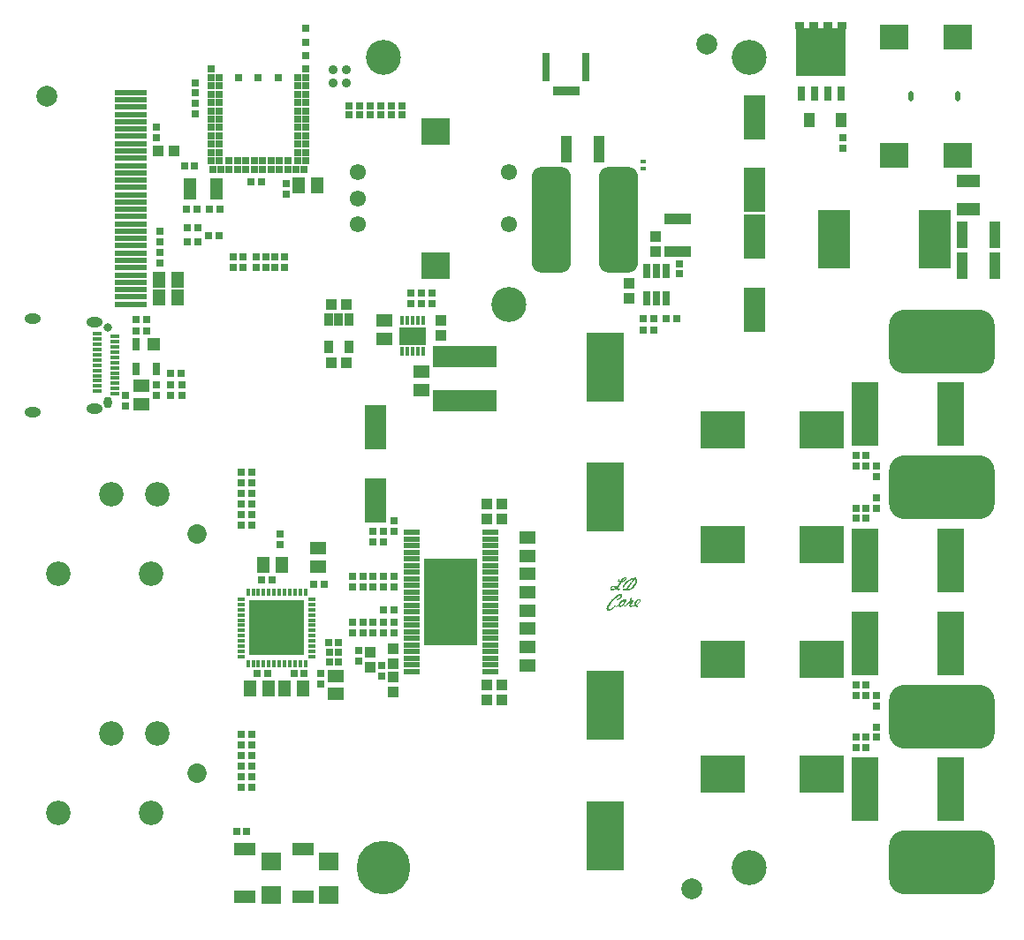
<source format=gts>
G04*
G04 #@! TF.GenerationSoftware,Altium Limited,Altium Designer,19.0.10 (269)*
G04*
G04 Layer_Color=8388736*
%FSLAX25Y25*%
%MOIN*%
G70*
G01*
G75*
%ADD61R,0.11024X0.09449*%
%ADD65C,0.07874*%
%ADD66R,0.03354X0.01780*%
%ADD67R,0.08591X0.05087*%
%ADD68R,0.03354X0.02764*%
%ADD69R,0.03158X0.05323*%
G04:AMPARAMS|DCode=70|XSize=49.29mil|YSize=80.79mil|CornerRadius=0mil|HoleSize=0mil|Usage=FLASHONLY|Rotation=180.000|XOffset=0mil|YOffset=0mil|HoleType=Round|Shape=RoundedRectangle|*
%AMROUNDEDRECTD70*
21,1,0.04929,0.08079,0,0,180.0*
21,1,0.04929,0.08079,0,0,180.0*
1,1,0.00000,-0.02465,0.04039*
1,1,0.00000,0.02465,0.04039*
1,1,0.00000,0.02465,-0.04039*
1,1,0.00000,-0.02465,-0.04039*
%
%ADD70ROUNDEDRECTD70*%
%ADD71R,0.07685X0.06504*%
%ADD72R,0.02756X0.03150*%
%ADD73R,0.03150X0.02756*%
%ADD74R,0.10236X0.24016*%
%ADD75R,0.08472X0.04535*%
%ADD76R,0.10236X0.03937*%
%ADD77R,0.03937X0.10236*%
%ADD78R,0.05906X0.04724*%
%ADD79R,0.04724X0.05906*%
%ADD80R,0.04134X0.04134*%
%ADD81R,0.04134X0.04134*%
%ADD82R,0.24221X0.08472*%
%ADD83R,0.16740X0.14378*%
%ADD84R,0.12016X0.21858*%
G04:AMPARAMS|DCode=85|XSize=147.72mil|YSize=399.69mil|CornerRadius=38.42mil|HoleSize=0mil|Usage=FLASHONLY|Rotation=0.000|XOffset=0mil|YOffset=0mil|HoleType=Round|Shape=RoundedRectangle|*
%AMROUNDEDRECTD85*
21,1,0.14772,0.32284,0,0,0.0*
21,1,0.07087,0.39969,0,0,0.0*
1,1,0.07685,0.03543,-0.16142*
1,1,0.07685,-0.03543,-0.16142*
1,1,0.07685,-0.03543,0.16142*
1,1,0.07685,0.03543,0.16142*
%
%ADD85ROUNDEDRECTD85*%
%ADD86R,0.02961X0.05323*%
G04:AMPARAMS|DCode=87|XSize=200.87mil|YSize=327.24mil|CornerRadius=0mil|HoleSize=0mil|Usage=FLASHONLY|Rotation=0.000|XOffset=0mil|YOffset=0mil|HoleType=Round|Shape=RoundedRectangle|*
%AMROUNDEDRECTD87*
21,1,0.20087,0.32724,0,0,0.0*
21,1,0.20087,0.32724,0,0,0.0*
1,1,0.00000,0.10043,-0.16362*
1,1,0.00000,-0.10043,-0.16362*
1,1,0.00000,-0.10043,0.16362*
1,1,0.00000,0.10043,0.16362*
%
%ADD87ROUNDEDRECTD87*%
G04:AMPARAMS|DCode=88|XSize=21.73mil|YSize=63.07mil|CornerRadius=3.54mil|HoleSize=0mil|Usage=FLASHONLY|Rotation=90.000|XOffset=0mil|YOffset=0mil|HoleType=Round|Shape=RoundedRectangle|*
%AMROUNDEDRECTD88*
21,1,0.02173,0.05598,0,0,90.0*
21,1,0.01465,0.06307,0,0,90.0*
1,1,0.00709,0.02799,0.00732*
1,1,0.00709,0.02799,-0.00732*
1,1,0.00709,-0.02799,-0.00732*
1,1,0.00709,-0.02799,0.00732*
%
%ADD88ROUNDEDRECTD88*%
%ADD89R,0.04535X0.04535*%
%ADD90R,0.02961X0.04535*%
G04:AMPARAMS|DCode=91|XSize=15.43mil|YSize=29.61mil|CornerRadius=4.41mil|HoleSize=0mil|Usage=FLASHONLY|Rotation=90.000|XOffset=0mil|YOffset=0mil|HoleType=Round|Shape=RoundedRectangle|*
%AMROUNDEDRECTD91*
21,1,0.01543,0.02079,0,0,90.0*
21,1,0.00661,0.02961,0,0,90.0*
1,1,0.00882,0.01039,0.00331*
1,1,0.00882,0.01039,-0.00331*
1,1,0.00882,-0.01039,-0.00331*
1,1,0.00882,-0.01039,0.00331*
%
%ADD91ROUNDEDRECTD91*%
G04:AMPARAMS|DCode=92|XSize=15.43mil|YSize=29.61mil|CornerRadius=4.41mil|HoleSize=0mil|Usage=FLASHONLY|Rotation=0.000|XOffset=0mil|YOffset=0mil|HoleType=Round|Shape=RoundedRectangle|*
%AMROUNDEDRECTD92*
21,1,0.01543,0.02079,0,0,0.0*
21,1,0.00661,0.02961,0,0,0.0*
1,1,0.00882,0.00331,-0.01039*
1,1,0.00882,-0.00331,-0.01039*
1,1,0.00882,-0.00331,0.01039*
1,1,0.00882,0.00331,0.01039*
%
%ADD92ROUNDEDRECTD92*%
G04:AMPARAMS|DCode=93|XSize=208.74mil|YSize=208.74mil|CornerRadius=5.02mil|HoleSize=0mil|Usage=FLASHONLY|Rotation=0.000|XOffset=0mil|YOffset=0mil|HoleType=Round|Shape=RoundedRectangle|*
%AMROUNDEDRECTD93*
21,1,0.20874,0.19870,0,0,0.0*
21,1,0.19870,0.20874,0,0,0.0*
1,1,0.01004,0.09935,-0.09935*
1,1,0.01004,-0.09935,-0.09935*
1,1,0.01004,-0.09935,0.09935*
1,1,0.01004,0.09935,0.09935*
%
%ADD93ROUNDEDRECTD93*%
%ADD94R,0.09850X0.06819*%
%ADD95R,0.01780X0.03354*%
%ADD96R,0.03197X0.04535*%
G04:AMPARAMS|DCode=97|XSize=25.67mil|YSize=25.67mil|CornerRadius=0mil|HoleSize=0mil|Usage=FLASHONLY|Rotation=180.000|XOffset=0mil|YOffset=0mil|HoleType=Round|Shape=RoundedRectangle|*
%AMROUNDEDRECTD97*
21,1,0.02567,0.02567,0,0,180.0*
21,1,0.02567,0.02567,0,0,180.0*
1,1,0.00000,-0.01284,0.01284*
1,1,0.00000,0.01284,0.01284*
1,1,0.00000,0.01284,-0.01284*
1,1,0.00000,-0.01284,-0.01284*
%
%ADD97ROUNDEDRECTD97*%
%ADD98R,0.02567X0.02567*%
G04:AMPARAMS|DCode=99|XSize=25.67mil|YSize=25.67mil|CornerRadius=0mil|HoleSize=0mil|Usage=FLASHONLY|Rotation=90.000|XOffset=0mil|YOffset=0mil|HoleType=Round|Shape=RoundedRectangle|*
%AMROUNDEDRECTD99*
21,1,0.02567,0.02567,0,0,90.0*
21,1,0.02567,0.02567,0,0,90.0*
1,1,0.00000,0.01284,0.01284*
1,1,0.00000,0.01284,-0.01284*
1,1,0.00000,-0.01284,-0.01284*
1,1,0.00000,-0.01284,0.01284*
%
%ADD99ROUNDEDRECTD99*%
%ADD100R,0.12409X0.02173*%
%ADD101R,0.08079X0.17134*%
%ADD102R,0.14378X0.26189*%
%ADD103R,0.02244X0.01221*%
%ADD104R,0.04142X0.05323*%
%ADD105R,0.04142X0.05323*%
G04:AMPARAMS|DCode=106|XSize=242.21mil|YSize=399.69mil|CornerRadius=62.05mil|HoleSize=0mil|Usage=FLASHONLY|Rotation=90.000|XOffset=0mil|YOffset=0mil|HoleType=Round|Shape=RoundedRectangle|*
%AMROUNDEDRECTD106*
21,1,0.24221,0.27559,0,0,90.0*
21,1,0.11811,0.39969,0,0,90.0*
1,1,0.12409,0.13780,0.05906*
1,1,0.12409,0.13780,-0.05906*
1,1,0.12409,-0.13780,-0.05906*
1,1,0.12409,-0.13780,0.05906*
%
%ADD106ROUNDEDRECTD106*%
%ADD107C,0.03551*%
%ADD108R,0.01976X0.03748*%
%ADD109R,0.02961X0.10835*%
%ADD110R,0.19102X0.18315*%
%ADD111O,0.03158X0.04339*%
%ADD112C,0.03158*%
%ADD113O,0.06110X0.03748*%
%ADD114R,0.10835X0.10441*%
%ADD115C,0.06110*%
%ADD116O,0.01772X0.03937*%
%ADD117C,0.07291*%
%ADD118C,0.09260*%
%ADD119C,0.13197*%
%ADD120C,0.02961*%
%ADD121C,0.20284*%
G36*
X229022Y125390D02*
X229090Y125382D01*
X229174Y125356D01*
X229251Y125331D01*
X229318Y125289D01*
X229377Y125230D01*
X229386Y125221D01*
X229394Y125196D01*
X229411Y125162D01*
X229428Y125111D01*
X229436Y125044D01*
X229445Y124959D01*
X229428Y124866D01*
X229403Y124756D01*
Y124748D01*
X229394Y124739D01*
X229386Y124714D01*
X229369Y124680D01*
X229327Y124596D01*
X229259Y124486D01*
X229174Y124359D01*
X229056Y124224D01*
X228913Y124089D01*
X228744Y123953D01*
X228735D01*
X228718Y123937D01*
X228693Y123920D01*
X228659Y123903D01*
X228608Y123878D01*
X228549Y123844D01*
X228482Y123810D01*
X228414Y123776D01*
X228237Y123708D01*
X228042Y123641D01*
X227822Y123582D01*
X227577Y123539D01*
X227569Y123531D01*
X227561Y123506D01*
X227535Y123472D01*
X227510Y123413D01*
X227476Y123354D01*
X227434Y123277D01*
X227392Y123193D01*
X227341Y123108D01*
X227223Y122906D01*
X227104Y122703D01*
X226969Y122492D01*
X226842Y122297D01*
Y122289D01*
X226825Y122272D01*
X226809Y122247D01*
X226783Y122213D01*
X226716Y122120D01*
X226623Y122002D01*
X226521Y121858D01*
X226395Y121706D01*
X226268Y121545D01*
X226124Y121393D01*
X226132Y121385D01*
X226158Y121359D01*
X226192Y121326D01*
X226251Y121275D01*
X226310Y121224D01*
X226386Y121165D01*
X226479Y121114D01*
X226572Y121064D01*
X226580Y121055D01*
X226623Y121047D01*
X226673Y121021D01*
X226749Y120996D01*
X226834Y120979D01*
X226927Y120954D01*
X227037Y120937D01*
X227147Y120928D01*
X226885Y120506D01*
X226783D01*
X226716Y120514D01*
X226623Y120523D01*
X226513Y120531D01*
X226395Y120557D01*
X226276Y120582D01*
X226158Y120616D01*
X226141Y120624D01*
X226107Y120641D01*
X226048Y120667D01*
X225980Y120709D01*
X225896Y120759D01*
X225803Y120819D01*
X225710Y120895D01*
X225617Y120979D01*
X225600Y120971D01*
X225558Y120937D01*
X225499Y120895D01*
X225406Y120844D01*
X225304Y120785D01*
X225186Y120717D01*
X225059Y120658D01*
X224916Y120607D01*
X224899Y120599D01*
X224848Y120590D01*
X224772Y120573D01*
X224671Y120548D01*
X224552Y120523D01*
X224417Y120506D01*
X224265Y120498D01*
X224113Y120489D01*
X224028D01*
X223936Y120498D01*
X223826Y120514D01*
X223699Y120540D01*
X223572Y120582D01*
X223462Y120633D01*
X223361Y120700D01*
X223353Y120709D01*
X223327Y120742D01*
X223302Y120785D01*
X223268Y120852D01*
X223243Y120937D01*
X223234Y121038D01*
X223243Y121157D01*
X223276Y121292D01*
Y121300D01*
X223285Y121309D01*
X223302Y121359D01*
X223336Y121427D01*
X223386Y121520D01*
X223454Y121621D01*
X223538Y121731D01*
X223648Y121833D01*
X223775Y121934D01*
X223783D01*
X223792Y121942D01*
X223843Y121976D01*
X223919Y122019D01*
X224028Y122069D01*
X224155Y122111D01*
X224299Y122154D01*
X224459Y122187D01*
X224628Y122196D01*
X224679D01*
X224730Y122187D01*
X224806Y122179D01*
X224890Y122171D01*
X224983Y122154D01*
X225076Y122120D01*
X225178Y122086D01*
X225186Y122078D01*
X225220Y122069D01*
X225279Y122044D01*
X225338Y122010D01*
X225414Y121968D01*
X225499Y121917D01*
X225583Y121858D01*
X225668Y121790D01*
X225676Y121799D01*
X225702Y121841D01*
X225744Y121892D01*
X225803Y121976D01*
X225871Y122069D01*
X225947Y122179D01*
X226040Y122314D01*
X226132Y122458D01*
Y122466D01*
X226141Y122475D01*
X226158Y122500D01*
X226183Y122534D01*
X226209Y122576D01*
X226242Y122627D01*
X226318Y122754D01*
X226411Y122906D01*
X226530Y123100D01*
X226656Y123311D01*
X226800Y123556D01*
X226783D01*
X226741Y123565D01*
X226673Y123582D01*
X226597Y123607D01*
X226513Y123632D01*
X226428Y123675D01*
X226352Y123717D01*
X226285Y123776D01*
X226276Y123784D01*
X226268Y123810D01*
X226242Y123844D01*
X226225Y123894D01*
X226209Y123962D01*
Y124038D01*
X226217Y124123D01*
X226242Y124224D01*
Y124232D01*
X226259Y124258D01*
X226268Y124292D01*
X226293Y124342D01*
X226352Y124444D01*
X226437Y124545D01*
X226445Y124554D01*
X226462Y124562D01*
X226487Y124587D01*
X226521Y124613D01*
X226614Y124663D01*
X226665Y124680D01*
X226724Y124689D01*
Y124680D01*
X226716Y124646D01*
Y124604D01*
Y124545D01*
Y124486D01*
X226724Y124418D01*
X226741Y124359D01*
X226775Y124300D01*
X226783Y124292D01*
X226800Y124275D01*
X226825Y124249D01*
X226868Y124224D01*
X226918Y124190D01*
X226986Y124156D01*
X227062Y124131D01*
X227155Y124106D01*
X227163Y124114D01*
X227172Y124131D01*
X227197Y124165D01*
X227223Y124207D01*
X227265Y124258D01*
X227307Y124325D01*
X227417Y124460D01*
X227544Y124613D01*
X227687Y124773D01*
X227839Y124925D01*
X228008Y125060D01*
X228017D01*
X228025Y125077D01*
X228051Y125094D01*
X228084Y125111D01*
X228177Y125170D01*
X228287Y125230D01*
X228422Y125289D01*
X228575Y125348D01*
X228735Y125382D01*
X228904Y125399D01*
X228963D01*
X229022Y125390D01*
D02*
G37*
G36*
X233053Y125415D02*
X233104Y125399D01*
X233112Y125390D01*
X233129Y125382D01*
X233138Y125356D01*
Y125322D01*
Y125314D01*
X233129Y125297D01*
X233112Y125272D01*
X233078Y125230D01*
X233070Y125221D01*
X233036Y125179D01*
X233011Y125145D01*
X232977Y125111D01*
X232935Y125060D01*
X232884Y125001D01*
X232892D01*
X232901Y124993D01*
X232952Y124976D01*
X233028Y124934D01*
X233112Y124883D01*
X233205Y124807D01*
X233298Y124714D01*
X233374Y124596D01*
X233425Y124460D01*
Y124452D01*
X233433Y124444D01*
Y124418D01*
X233442Y124393D01*
X233450Y124300D01*
X233459Y124190D01*
Y124038D01*
X233442Y123869D01*
X233400Y123675D01*
X233340Y123455D01*
Y123447D01*
X233332Y123430D01*
X233324Y123404D01*
X233307Y123371D01*
X233290Y123328D01*
X233264Y123277D01*
X233214Y123151D01*
X233138Y122999D01*
X233045Y122821D01*
X232935Y122627D01*
X232808Y122424D01*
Y122416D01*
X232791Y122399D01*
X232774Y122373D01*
X232740Y122331D01*
X232707Y122280D01*
X232673Y122221D01*
X232571Y122086D01*
X232445Y121925D01*
X232310Y121756D01*
X232157Y121579D01*
X231988Y121402D01*
X231980Y121393D01*
X231972Y121385D01*
X231946Y121359D01*
X231912Y121334D01*
X231828Y121249D01*
X231710Y121157D01*
X231574Y121047D01*
X231422Y120937D01*
X231253Y120827D01*
X231076Y120734D01*
X231067D01*
X231059Y120726D01*
X231033Y120717D01*
X230991Y120700D01*
X230898Y120658D01*
X230780Y120624D01*
X230645Y120582D01*
X230484Y120540D01*
X230315Y120514D01*
X230146Y120506D01*
X230079D01*
X230028Y120514D01*
X229969D01*
X229901Y120523D01*
X229758Y120548D01*
X229749D01*
X229724Y120557D01*
X229690Y120565D01*
X229639Y120573D01*
X229580Y120590D01*
X229521Y120616D01*
X229377Y120675D01*
X229369Y120667D01*
X229344Y120650D01*
X229293Y120624D01*
X229234Y120599D01*
X229166Y120565D01*
X229082Y120531D01*
X228904Y120464D01*
X228896D01*
X228862Y120447D01*
X228811Y120438D01*
X228752Y120421D01*
X228676Y120405D01*
X228591Y120396D01*
X228414Y120379D01*
X228372D01*
X228321Y120388D01*
X228254D01*
X228118Y120421D01*
X228059Y120438D01*
X228008Y120472D01*
X228000Y120481D01*
X227992Y120489D01*
X227975Y120514D01*
X227958Y120540D01*
X227941Y120582D01*
X227932Y120624D01*
Y120683D01*
X227949Y120742D01*
Y120751D01*
X227966Y120776D01*
X227983Y120810D01*
X228008Y120861D01*
X228051Y120912D01*
X228101Y120962D01*
X228161Y121013D01*
X228237Y121055D01*
X228245Y121064D01*
X228279Y121072D01*
X228329Y121089D01*
X228389Y121114D01*
X228473Y121131D01*
X228566Y121148D01*
X228676Y121157D01*
X228794Y121165D01*
X228862D01*
X228921Y121157D01*
X228997Y121148D01*
X229014D01*
X229065Y121140D01*
X229132Y121131D01*
X229225Y121106D01*
X229234Y121123D01*
X229251Y121140D01*
X229268Y121165D01*
X229293Y121199D01*
X229327Y121241D01*
X229369Y121300D01*
X229420Y121376D01*
X229487Y121461D01*
X229555Y121562D01*
X229639Y121680D01*
X229732Y121816D01*
X229842Y121968D01*
X229960Y122137D01*
X230096Y122331D01*
X230248Y122542D01*
X230256Y122559D01*
X230290Y122593D01*
X230332Y122661D01*
X230391Y122745D01*
X230467Y122847D01*
X230560Y122965D01*
X230653Y123100D01*
X230772Y123252D01*
X230890Y123404D01*
X231017Y123573D01*
X231295Y123920D01*
X231583Y124266D01*
X231878Y124604D01*
X231811D01*
X231752Y124596D01*
X231676Y124579D01*
X231574Y124562D01*
X231465Y124528D01*
X231338Y124486D01*
X231194Y124427D01*
X231177Y124418D01*
X231126Y124393D01*
X231050Y124359D01*
X230949Y124300D01*
X230822Y124232D01*
X230687Y124148D01*
X230535Y124047D01*
X230374Y123937D01*
X230366Y123928D01*
X230349Y123911D01*
X230307Y123886D01*
X230265Y123852D01*
X230205Y123810D01*
X230138Y123751D01*
X229986Y123624D01*
X229808Y123463D01*
X229614Y123286D01*
X229420Y123083D01*
X229225Y122872D01*
X229217Y122863D01*
X229208Y122847D01*
X229183Y122813D01*
X229149Y122779D01*
X229107Y122728D01*
X229065Y122669D01*
X228963Y122526D01*
X228853Y122365D01*
X228744Y122187D01*
X228651Y122002D01*
X228575Y121816D01*
Y121807D01*
X228558Y121773D01*
X228541Y121714D01*
X228515Y121630D01*
Y121621D01*
X228507Y121596D01*
X228499D01*
X228482Y121579D01*
X228448Y121571D01*
X228414Y121562D01*
X228380D01*
X228346Y121554D01*
X228279D01*
X228245Y121562D01*
X228203Y121571D01*
X228127Y121604D01*
X228093Y121630D01*
X228068Y121672D01*
Y121680D01*
X228059Y121697D01*
Y121723D01*
X228051Y121765D01*
Y121807D01*
X228059Y121875D01*
X228068Y121942D01*
X228093Y122027D01*
Y122035D01*
X228101Y122052D01*
X228118Y122086D01*
X228135Y122128D01*
X228152Y122179D01*
X228186Y122247D01*
X228220Y122314D01*
X228254Y122399D01*
X228355Y122576D01*
X228482Y122779D01*
X228634Y123007D01*
X228811Y123235D01*
X228820Y123244D01*
X228836Y123261D01*
X228862Y123294D01*
X228904Y123337D01*
X228955Y123396D01*
X229014Y123455D01*
X229082Y123531D01*
X229166Y123607D01*
X229344Y123784D01*
X229546Y123970D01*
X229783Y124156D01*
X230028Y124342D01*
X230036Y124351D01*
X230053Y124359D01*
X230087Y124384D01*
X230129Y124410D01*
X230180Y124444D01*
X230248Y124477D01*
X230391Y124570D01*
X230569Y124663D01*
X230755Y124765D01*
X230958Y124858D01*
X231152Y124934D01*
X231160D01*
X231177Y124942D01*
X231203Y124951D01*
X231245Y124959D01*
X231287Y124976D01*
X231346Y124993D01*
X231481Y125027D01*
X231650Y125060D01*
X231828Y125094D01*
X232031Y125111D01*
X232233Y125120D01*
X232352D01*
X232504Y125297D01*
X232512Y125305D01*
X232546Y125339D01*
X232597Y125365D01*
X232656Y125399D01*
X232664D01*
X232673Y125407D01*
X232698D01*
X232723Y125415D01*
X232766Y125424D01*
X232817D01*
X232867Y125432D01*
X233002D01*
X233053Y125415D01*
D02*
G37*
G36*
X227379Y119118D02*
X227455Y119102D01*
X227539Y119076D01*
X227615Y119034D01*
X227692Y118983D01*
X227751Y118907D01*
X227759Y118899D01*
X227768Y118865D01*
X227784Y118823D01*
X227801Y118755D01*
X227810Y118662D01*
Y118561D01*
X227793Y118442D01*
X227751Y118299D01*
X227742Y118282D01*
X227725Y118240D01*
X227700Y118172D01*
X227658Y118087D01*
X227607Y117986D01*
X227539Y117868D01*
X227455Y117750D01*
X227362Y117631D01*
X227354Y117614D01*
X227311Y117580D01*
X227252Y117513D01*
X227176Y117437D01*
X227075Y117344D01*
X226956Y117243D01*
X226830Y117141D01*
X226678Y117040D01*
X226669Y117031D01*
X226635Y117014D01*
X226593Y116989D01*
X226534Y116955D01*
X226458Y116913D01*
X226382Y116879D01*
X226204Y116795D01*
X226196D01*
X226162Y116778D01*
X226120Y116761D01*
X226069Y116744D01*
X225951Y116710D01*
X225900Y116702D01*
X225849Y116693D01*
X225833D01*
X225799Y116710D01*
X225782Y116727D01*
X225757Y116752D01*
X225731Y116786D01*
X225714Y116829D01*
Y116837D01*
X225706Y116854D01*
X225697Y116879D01*
Y116913D01*
X225689Y116989D01*
X225697Y117065D01*
X225706Y117082D01*
X225714Y117090D01*
X225740Y117116D01*
X225765Y117133D01*
X225816Y117158D01*
X225866Y117192D01*
X225942Y117217D01*
X225951D01*
X225985Y117234D01*
X226027Y117243D01*
X226078Y117268D01*
X226204Y117310D01*
X226331Y117369D01*
X226348Y117378D01*
X226382Y117395D01*
X226441Y117428D01*
X226517Y117479D01*
X226602Y117538D01*
X226686Y117597D01*
X226779Y117674D01*
X226864Y117758D01*
X226872Y117766D01*
X226897Y117800D01*
X226940Y117851D01*
X226982Y117910D01*
X227032Y117986D01*
X227092Y118071D01*
X227134Y118164D01*
X227176Y118256D01*
Y118265D01*
X227185Y118282D01*
X227193Y118316D01*
X227202Y118358D01*
X227210Y118442D01*
X227202Y118485D01*
X227193Y118527D01*
Y118535D01*
X227185Y118544D01*
X227159Y118578D01*
X227134Y118595D01*
X227100Y118603D01*
X227066Y118620D01*
X227007D01*
X226965Y118611D01*
X226906Y118603D01*
X226821Y118578D01*
X226711Y118535D01*
X226585Y118476D01*
X226432Y118392D01*
X226255Y118282D01*
X226247D01*
X226230Y118265D01*
X226204Y118248D01*
X226171Y118223D01*
X226120Y118189D01*
X226069Y118147D01*
X225934Y118045D01*
X225773Y117910D01*
X225579Y117758D01*
X225376Y117572D01*
X225148Y117361D01*
X225140Y117352D01*
X225106Y117319D01*
X225064Y117276D01*
X224996Y117209D01*
X224920Y117133D01*
X224827Y117040D01*
X224726Y116938D01*
X224616Y116820D01*
X224497Y116693D01*
X224379Y116558D01*
X224126Y116271D01*
X223864Y115958D01*
X223619Y115637D01*
X223610Y115629D01*
X223593Y115603D01*
X223559Y115552D01*
X223517Y115493D01*
X223467Y115426D01*
X223407Y115333D01*
X223348Y115240D01*
X223281Y115138D01*
X223137Y114902D01*
X223002Y114657D01*
X222875Y114403D01*
X222816Y114277D01*
X222774Y114158D01*
X222765Y114141D01*
X222757Y114099D01*
X222740Y114040D01*
X222723Y113972D01*
X222714Y113888D01*
X222706Y113803D01*
Y113719D01*
X222723Y113651D01*
Y113643D01*
X222740Y113626D01*
X222757Y113592D01*
X222791Y113567D01*
X222824Y113533D01*
X222884Y113499D01*
X222943Y113482D01*
X223027Y113474D01*
X223086D01*
X223145Y113491D01*
X223238Y113508D01*
X223340Y113533D01*
X223467Y113575D01*
X223602Y113634D01*
X223754Y113710D01*
X223762D01*
X223771Y113719D01*
X223796Y113736D01*
X223830Y113753D01*
X223914Y113812D01*
X224024Y113888D01*
X224160Y113981D01*
X224320Y114099D01*
X224489Y114243D01*
X224666Y114403D01*
X224683Y114420D01*
X224726Y114454D01*
X224785Y114513D01*
X224869Y114598D01*
X224878Y114606D01*
X224895Y114623D01*
X224928Y114657D01*
X224962Y114691D01*
X224996Y114724D01*
X225038Y114758D01*
X225072Y114775D01*
X225106Y114784D01*
X225123D01*
X225165Y114767D01*
X225216Y114741D01*
X225241Y114708D01*
X225266Y114674D01*
Y114665D01*
X225275Y114657D01*
X225300Y114606D01*
X225317Y114547D01*
Y114513D01*
X225309Y114479D01*
X225300Y114471D01*
X225275Y114429D01*
X225258Y114395D01*
X225224Y114361D01*
X225190Y114319D01*
X225140Y114268D01*
X225131Y114260D01*
X225114Y114243D01*
X225089Y114209D01*
X225047Y114167D01*
X224996Y114116D01*
X224928Y114057D01*
X224861Y113989D01*
X224776Y113913D01*
X224768Y113905D01*
X224751Y113888D01*
X224717Y113863D01*
X224666Y113820D01*
X224616Y113778D01*
X224548Y113719D01*
X224472Y113660D01*
X224396Y113601D01*
X224210Y113457D01*
X224016Y113322D01*
X223805Y113178D01*
X223602Y113060D01*
X223593D01*
X223576Y113051D01*
X223551Y113034D01*
X223509Y113017D01*
X223467Y112992D01*
X223407Y112967D01*
X223281Y112916D01*
X223137Y112857D01*
X222976Y112815D01*
X222816Y112781D01*
X222655Y112764D01*
X222605D01*
X222571Y112773D01*
X222478Y112781D01*
X222368Y112815D01*
X222258Y112857D01*
X222140Y112925D01*
X222039Y113017D01*
X221988Y113077D01*
X221954Y113144D01*
Y113153D01*
X221946Y113161D01*
X221937Y113187D01*
X221929Y113212D01*
X221903Y113296D01*
X221886Y113415D01*
X221878Y113558D01*
X221886Y113736D01*
X221920Y113939D01*
X221954Y114057D01*
X221988Y114175D01*
Y114184D01*
X222005Y114209D01*
X222013Y114251D01*
X222039Y114310D01*
X222072Y114386D01*
X222106Y114471D01*
X222157Y114572D01*
X222207Y114682D01*
X222275Y114809D01*
X222343Y114944D01*
X222427Y115088D01*
X222512Y115240D01*
X222613Y115400D01*
X222723Y115569D01*
X222850Y115747D01*
X222976Y115924D01*
X222985Y115933D01*
X223010Y115967D01*
X223053Y116017D01*
X223103Y116093D01*
X223179Y116178D01*
X223255Y116279D01*
X223357Y116389D01*
X223467Y116516D01*
X223585Y116651D01*
X223712Y116795D01*
X223847Y116947D01*
X223999Y117099D01*
X224311Y117411D01*
X224658Y117724D01*
X224666Y117733D01*
X224692Y117750D01*
X224734Y117792D01*
X224785Y117834D01*
X224852Y117885D01*
X224928Y117952D01*
X225021Y118020D01*
X225123Y118104D01*
X225342Y118265D01*
X225579Y118434D01*
X225833Y118603D01*
X226095Y118755D01*
X226103Y118763D01*
X226128Y118772D01*
X226162Y118789D01*
X226213Y118814D01*
X226272Y118840D01*
X226340Y118873D01*
X226500Y118941D01*
X226686Y119009D01*
X226872Y119068D01*
X227066Y119110D01*
X227159Y119127D01*
X227311D01*
X227379Y119118D01*
D02*
G37*
G36*
X234426Y117192D02*
X234494Y117175D01*
X234561Y117150D01*
X234637Y117116D01*
X234705Y117065D01*
X234756Y116998D01*
X234764Y116989D01*
X234773Y116964D01*
X234790Y116921D01*
X234806Y116862D01*
X234815Y116786D01*
Y116693D01*
X234806Y116592D01*
X234773Y116474D01*
X234764Y116457D01*
X234747Y116406D01*
X234714Y116330D01*
X234654Y116228D01*
X234587Y116110D01*
X234485Y115975D01*
X234367Y115814D01*
X234223Y115654D01*
X234215Y115646D01*
X234207Y115637D01*
X234181Y115612D01*
X234147Y115578D01*
X234063Y115493D01*
X233945Y115392D01*
X233801Y115274D01*
X233632Y115138D01*
X233446Y115003D01*
X233243Y114876D01*
Y114868D01*
X233260Y114860D01*
X233302Y114809D01*
X233370Y114758D01*
X233463Y114708D01*
X233471D01*
X233488Y114699D01*
X233522Y114691D01*
X233564Y114682D01*
X233615Y114674D01*
X233683Y114665D01*
X233750Y114657D01*
X233877D01*
X233607Y114234D01*
X233463D01*
X233404Y114243D01*
X233319D01*
X233226Y114251D01*
X233125Y114268D01*
X233024Y114285D01*
X232930Y114310D01*
X232922D01*
X232888Y114327D01*
X232846Y114344D01*
X232795Y114369D01*
X232677Y114446D01*
X232618Y114488D01*
X232559Y114547D01*
X232542Y114539D01*
X232500Y114522D01*
X232432Y114496D01*
X232339Y114462D01*
X232238Y114429D01*
X232119Y114395D01*
X231874Y114327D01*
X231857D01*
X231815Y114319D01*
X231756Y114302D01*
X231672Y114285D01*
X231570Y114268D01*
X231469Y114260D01*
X231232Y114234D01*
X231503Y114657D01*
X231536D01*
X231578Y114665D01*
X231638D01*
X231697Y114674D01*
X231773Y114682D01*
X231917Y114708D01*
X231925D01*
X231950Y114716D01*
X231993Y114724D01*
X232035Y114741D01*
X232094Y114758D01*
X232162Y114775D01*
X232305Y114826D01*
Y114834D01*
X232297Y114851D01*
X232288Y114885D01*
X232280Y114927D01*
X232263Y114986D01*
Y115045D01*
X232255Y115181D01*
Y115189D01*
Y115215D01*
X232263Y115257D01*
X232272Y115316D01*
X232280Y115384D01*
X232305Y115468D01*
X232322Y115552D01*
X232356Y115654D01*
Y115662D01*
X232364Y115679D01*
X232381Y115713D01*
X232398Y115755D01*
X232423Y115814D01*
X232457Y115874D01*
X232533Y116017D01*
X232643Y116186D01*
X232779Y116372D01*
X232947Y116558D01*
X233049Y116651D01*
X233150Y116735D01*
X233159Y116744D01*
X233176Y116752D01*
X233209Y116778D01*
X233252Y116812D01*
X233302Y116845D01*
X233370Y116879D01*
X233438Y116921D01*
X233514Y116972D01*
X233691Y117057D01*
X233885Y117124D01*
X234097Y117183D01*
X234207Y117192D01*
X234316Y117200D01*
X234367D01*
X234426Y117192D01*
D02*
G37*
G36*
X231367Y117657D02*
X231401D01*
X231477Y117623D01*
X231519Y117597D01*
X231545Y117564D01*
X231553Y117547D01*
X231570Y117496D01*
X231578Y117420D01*
Y117369D01*
X231562Y117319D01*
X231553Y117310D01*
X231545Y117276D01*
X231519Y117226D01*
X231494Y117175D01*
X231486Y117166D01*
X231469Y117141D01*
X231443Y117099D01*
X231401Y117048D01*
X231410Y117040D01*
X231427Y117031D01*
X231452Y117006D01*
X231494Y116981D01*
X231536Y116947D01*
X231595Y116904D01*
X231731Y116812D01*
X231739D01*
X231748Y116803D01*
X231790Y116769D01*
X231849Y116719D01*
X231908Y116659D01*
X231967Y116583D01*
X232018Y116499D01*
X232035Y116414D01*
Y116364D01*
X232026Y116322D01*
Y116313D01*
X232010Y116279D01*
X231984Y116228D01*
X231942Y116153D01*
X231874Y116051D01*
X231790Y115924D01*
X231672Y115772D01*
X231604Y115679D01*
X231528Y115586D01*
X231519Y115578D01*
X231511Y115561D01*
X231486Y115536D01*
X231460Y115502D01*
X231393Y115417D01*
X231308Y115307D01*
X231224Y115189D01*
X231139Y115071D01*
X231080Y114970D01*
X231038Y114885D01*
Y114876D01*
Y114868D01*
X231029Y114826D01*
X231038Y114775D01*
X231055Y114750D01*
X231071Y114724D01*
X231088Y114716D01*
X231114Y114708D01*
X231148Y114699D01*
X231207Y114691D01*
X231274Y114674D01*
X231367Y114665D01*
X231486Y114648D01*
X231224Y114234D01*
X231038D01*
X230945Y114243D01*
X230826Y114251D01*
X230700Y114268D01*
X230573Y114285D01*
X230463Y114319D01*
X230370Y114361D01*
X230362Y114369D01*
X230336Y114386D01*
X230311Y114420D01*
X230286Y114462D01*
X230260Y114522D01*
X230243Y114589D01*
Y114682D01*
X230269Y114784D01*
X230277Y114792D01*
X230286Y114834D01*
X230319Y114893D01*
X230362Y114978D01*
X230429Y115079D01*
X230514Y115215D01*
X230624Y115367D01*
X230759Y115544D01*
X230767Y115552D01*
X230776Y115569D01*
X230801Y115595D01*
X230826Y115629D01*
X230894Y115713D01*
X230970Y115823D01*
X231055Y115933D01*
X231131Y116043D01*
X231190Y116136D01*
X231207Y116169D01*
X231224Y116203D01*
Y116212D01*
Y116245D01*
X231215Y116296D01*
X231181Y116347D01*
X231173Y116364D01*
X231139Y116398D01*
X231071Y116457D01*
X231029Y116490D01*
X230979Y116533D01*
X230970Y116516D01*
X230945Y116482D01*
X230894Y116414D01*
X230843Y116338D01*
X230767Y116237D01*
X230683Y116127D01*
X230590Y116000D01*
X230488Y115865D01*
X230260Y115578D01*
X230015Y115291D01*
X229889Y115155D01*
X229770Y115029D01*
X229644Y114910D01*
X229525Y114801D01*
X229517Y114792D01*
X229500Y114775D01*
X229466Y114750D01*
X229415Y114716D01*
X229365Y114674D01*
X229297Y114631D01*
X229221Y114581D01*
X229136Y114530D01*
X228951Y114429D01*
X228739Y114344D01*
X228520Y114268D01*
X228401Y114251D01*
X228283Y114234D01*
X228545Y114657D01*
X228562D01*
X228587Y114665D01*
X228613Y114674D01*
X228697Y114699D01*
X228807Y114741D01*
X228942Y114809D01*
X229086Y114902D01*
X229246Y115020D01*
X229339Y115088D01*
X229424Y115172D01*
X229432Y115181D01*
X229449Y115198D01*
X229474Y115223D01*
X229508Y115265D01*
X229559Y115316D01*
X229618Y115384D01*
X229686Y115460D01*
X229770Y115544D01*
X229855Y115654D01*
X229948Y115772D01*
X230058Y115899D01*
X230176Y116043D01*
X230294Y116203D01*
X230429Y116381D01*
X230565Y116575D01*
X230717Y116778D01*
X230708Y116795D01*
X230691Y116829D01*
X230674Y116879D01*
X230658Y116938D01*
Y116947D01*
Y116955D01*
X230666Y116998D01*
X230674Y117065D01*
X230700Y117141D01*
Y117150D01*
X230717Y117175D01*
X230734Y117217D01*
X230759Y117268D01*
X230835Y117395D01*
X230886Y117454D01*
X230945Y117513D01*
X230953Y117521D01*
X230979Y117538D01*
X231012Y117564D01*
X231055Y117589D01*
X231114Y117614D01*
X231173Y117640D01*
X231241Y117657D01*
X231308Y117665D01*
X231333D01*
X231367Y117657D01*
D02*
G37*
G36*
X228722Y117183D02*
X228748Y117166D01*
X228756Y117158D01*
X228765Y117141D01*
X228773Y117124D01*
X228765Y117090D01*
X228756Y117074D01*
X228748Y117057D01*
X228731Y117031D01*
X228697Y116998D01*
X228655Y116964D01*
X228604Y116913D01*
X228537Y116862D01*
X228528Y116854D01*
X228503Y116837D01*
X228469Y116812D01*
X228418Y116778D01*
X228317Y116702D01*
X228266Y116659D01*
X228224Y116626D01*
X228216Y116617D01*
X228207Y116609D01*
X228182Y116583D01*
X228148Y116558D01*
X228063Y116474D01*
X227954Y116372D01*
X227827Y116245D01*
X227700Y116110D01*
X227573Y115958D01*
X227447Y115806D01*
Y115798D01*
X227430Y115789D01*
X227396Y115738D01*
X227345Y115654D01*
X227277Y115552D01*
X227210Y115434D01*
X227134Y115307D01*
X227075Y115172D01*
X227015Y115037D01*
Y115029D01*
X227007Y115012D01*
X226999Y114978D01*
X226990Y114936D01*
X226982Y114851D01*
X226990Y114809D01*
X226999Y114767D01*
X227007Y114750D01*
X227041Y114724D01*
X227092Y114691D01*
X227134Y114682D01*
X227176Y114674D01*
X227193D01*
X227235Y114682D01*
X227303Y114699D01*
X227396Y114733D01*
X227514Y114784D01*
X227649Y114868D01*
X227717Y114919D01*
X227801Y114978D01*
X227877Y115054D01*
X227962Y115130D01*
X227970Y115138D01*
X227979Y115147D01*
X228004Y115172D01*
X228038Y115215D01*
X228080Y115257D01*
X228122Y115307D01*
X228224Y115434D01*
X228334Y115586D01*
X228444Y115764D01*
X228545Y115958D01*
X228638Y116169D01*
X228629D01*
X228613Y116178D01*
X228554Y116195D01*
X228486Y116228D01*
X228461Y116254D01*
X228435Y116279D01*
Y116288D01*
X228427Y116296D01*
X228418Y116347D01*
Y116423D01*
Y116474D01*
X228435Y116524D01*
Y116533D01*
X228452Y116558D01*
X228469Y116600D01*
X228494Y116651D01*
X228570Y116769D01*
X228621Y116829D01*
X228680Y116888D01*
X228689Y116896D01*
X228714Y116913D01*
X228748Y116938D01*
X228790Y116964D01*
X228849Y116989D01*
X228908Y117014D01*
X228984Y117031D01*
X229052Y117040D01*
X229086D01*
X229120Y117031D01*
X229162Y117023D01*
X229204Y116998D01*
X229246Y116972D01*
X229289Y116930D01*
X229314Y116871D01*
Y116862D01*
X229322Y116837D01*
X229331Y116803D01*
Y116752D01*
Y116685D01*
X229322Y116600D01*
X229306Y116507D01*
X229272Y116398D01*
X229263Y116381D01*
X229246Y116330D01*
X229221Y116254D01*
X229179Y116161D01*
X229120Y116043D01*
X229060Y115916D01*
X228984Y115772D01*
X228891Y115629D01*
X228883Y115612D01*
X228849Y115561D01*
X228790Y115485D01*
X228722Y115392D01*
X228638Y115282D01*
X228537Y115164D01*
X228427Y115037D01*
X228308Y114910D01*
X228292Y114893D01*
X228249Y114851D01*
X228182Y114792D01*
X228097Y114716D01*
X227987Y114623D01*
X227877Y114539D01*
X227759Y114454D01*
X227632Y114386D01*
X227615Y114378D01*
X227582Y114361D01*
X227514Y114336D01*
X227438Y114302D01*
X227337Y114268D01*
X227235Y114243D01*
X227125Y114226D01*
X227007Y114217D01*
X226931D01*
X226880Y114226D01*
X226762Y114243D01*
X226644Y114277D01*
X226635D01*
X226618Y114285D01*
X226593Y114302D01*
X226559Y114319D01*
X226492Y114369D01*
X226424Y114454D01*
X226416D01*
X226382Y114437D01*
X226331Y114420D01*
X226272Y114395D01*
X226204Y114369D01*
X226120Y114344D01*
X225951Y114302D01*
X225942D01*
X225909Y114294D01*
X225866Y114285D01*
X225799Y114277D01*
X225723Y114260D01*
X225638Y114251D01*
X225452Y114234D01*
X225714Y114657D01*
X225748D01*
X225782Y114665D01*
X225824D01*
X225925Y114682D01*
X226035Y114699D01*
X226044D01*
X226061Y114708D01*
X226086Y114716D01*
X226120Y114724D01*
X226213Y114750D01*
X226306Y114792D01*
Y114801D01*
Y114809D01*
Y114860D01*
X226314Y114927D01*
X226323Y115003D01*
Y115012D01*
X226331Y115020D01*
Y115045D01*
X226340Y115079D01*
X226365Y115155D01*
X226390Y115248D01*
X226399Y115265D01*
X226416Y115307D01*
X226441Y115375D01*
X226483Y115468D01*
X226534Y115578D01*
X226602Y115696D01*
X226678Y115831D01*
X226770Y115967D01*
Y115975D01*
X226779Y115983D01*
X226821Y116026D01*
X226872Y116102D01*
X226948Y116186D01*
X227041Y116288D01*
X227142Y116406D01*
X227261Y116516D01*
X227387Y116626D01*
X227404Y116634D01*
X227438Y116668D01*
X227497Y116719D01*
X227582Y116769D01*
X227675Y116837D01*
X227784Y116904D01*
X227911Y116972D01*
X228038Y117040D01*
X228055Y117048D01*
X228097Y117065D01*
X228165Y117090D01*
X228249Y117124D01*
X228342Y117150D01*
X228452Y117175D01*
X228554Y117192D01*
X228655Y117200D01*
X228689D01*
X228722Y117183D01*
D02*
G37*
%LPC*%
G36*
X228820Y125052D02*
X228786D01*
X228752Y125044D01*
X228693Y125018D01*
X228634Y124993D01*
X228558Y124951D01*
X228482Y124891D01*
X228389Y124807D01*
X228380Y124799D01*
X228346Y124765D01*
X228304Y124706D01*
X228237Y124629D01*
X228169Y124537D01*
X228084Y124418D01*
X227992Y124283D01*
X227899Y124123D01*
X227907D01*
X227916Y124131D01*
X227958Y124139D01*
X228034Y124165D01*
X228127Y124190D01*
X228228Y124232D01*
X228338Y124283D01*
X228456Y124351D01*
X228575Y124427D01*
X228591Y124435D01*
X228625Y124460D01*
X228676Y124511D01*
X228735Y124562D01*
X228803Y124629D01*
X228862Y124697D01*
X228921Y124773D01*
X228955Y124849D01*
Y124858D01*
Y124866D01*
X228963Y124900D01*
Y124951D01*
X228946Y124993D01*
X228938Y125001D01*
X228921Y125027D01*
X228879Y125044D01*
X228820Y125052D01*
D02*
G37*
G36*
X224426Y121655D02*
X224383D01*
X224341Y121647D01*
X224282D01*
X224155Y121613D01*
X224079Y121588D01*
X224012Y121554D01*
X224003D01*
X223986Y121537D01*
X223952Y121520D01*
X223919Y121486D01*
X223843Y121410D01*
X223809Y121359D01*
X223783Y121309D01*
Y121300D01*
X223775Y121283D01*
Y121249D01*
Y121216D01*
Y121174D01*
X223792Y121131D01*
X223817Y121089D01*
X223851Y121047D01*
X223860D01*
X223876Y121030D01*
X223902Y121021D01*
X223944Y121004D01*
X224003Y120988D01*
X224071Y120979D01*
X224155Y120962D01*
X224290D01*
X224341Y120971D01*
X224400D01*
X224476Y120979D01*
X224552Y120996D01*
X224730Y121047D01*
X224738Y121055D01*
X224772Y121064D01*
X224823Y121089D01*
X224882Y121114D01*
X224958Y121157D01*
X225043Y121207D01*
X225135Y121266D01*
X225228Y121334D01*
X225220Y121343D01*
X225203Y121359D01*
X225169Y121385D01*
X225127Y121418D01*
X225076Y121461D01*
X225009Y121495D01*
X224865Y121571D01*
X224857D01*
X224831Y121588D01*
X224789Y121596D01*
X224730Y121613D01*
X224662Y121630D01*
X224595Y121638D01*
X224426Y121655D01*
D02*
G37*
G36*
X232512Y124562D02*
X232504Y124554D01*
X232495Y124537D01*
X232462Y124511D01*
X232428Y124460D01*
X232385Y124410D01*
X232326Y124342D01*
X232259Y124258D01*
X232183Y124156D01*
X232098Y124047D01*
X231997Y123920D01*
X231895Y123776D01*
X231777Y123624D01*
X231650Y123455D01*
X231515Y123269D01*
X231363Y123066D01*
X231211Y122847D01*
X231203Y122830D01*
X231177Y122796D01*
X231126Y122728D01*
X231067Y122652D01*
X231000Y122551D01*
X230915Y122432D01*
X230822Y122306D01*
X230721Y122171D01*
X230493Y121875D01*
X230256Y121579D01*
X230138Y121435D01*
X230019Y121292D01*
X229910Y121157D01*
X229800Y121038D01*
X229817D01*
X229859Y121030D01*
X229918D01*
X229969Y121021D01*
X230155D01*
X230222Y121030D01*
X230298Y121038D01*
X230391Y121055D01*
X230493Y121081D01*
X230603Y121114D01*
X230712Y121165D01*
X230729Y121174D01*
X230763Y121190D01*
X230822Y121233D01*
X230898Y121275D01*
X230991Y121343D01*
X231093Y121418D01*
X231203Y121511D01*
X231312Y121613D01*
X231321Y121621D01*
X231338Y121638D01*
X231363Y121664D01*
X231397Y121697D01*
X231439Y121748D01*
X231490Y121799D01*
X231608Y121934D01*
X231743Y122095D01*
X231887Y122280D01*
X232039Y122483D01*
X232191Y122703D01*
X232200Y122711D01*
X232208Y122728D01*
X232233Y122762D01*
X232259Y122804D01*
X232293Y122855D01*
X232326Y122923D01*
X232411Y123066D01*
X232504Y123235D01*
X232597Y123421D01*
X232681Y123616D01*
X232757Y123801D01*
X232766Y123818D01*
X232774Y123852D01*
X232791Y123911D01*
X232808Y123979D01*
X232817Y124063D01*
X232825Y124148D01*
Y124224D01*
X232808Y124300D01*
Y124308D01*
X232800Y124334D01*
X232774Y124368D01*
X232749Y124410D01*
X232707Y124452D01*
X232656Y124494D01*
X232597Y124528D01*
X232512Y124562D01*
D02*
G37*
G36*
X234156Y116676D02*
X234105D01*
X234071Y116668D01*
X234012Y116659D01*
X233945Y116643D01*
X233860Y116600D01*
X233767Y116550D01*
X233657Y116474D01*
X233547Y116372D01*
X233530Y116355D01*
X233497Y116322D01*
X233446Y116254D01*
X233378Y116169D01*
X233311Y116068D01*
X233235Y115941D01*
X233167Y115806D01*
X233108Y115662D01*
Y115654D01*
X233100Y115637D01*
X233091Y115612D01*
X233083Y115569D01*
X233066Y115485D01*
X233057Y115400D01*
Y115392D01*
Y115384D01*
X233066Y115333D01*
X233074Y115265D01*
X233100Y115198D01*
X233108D01*
X233116Y115206D01*
X233167Y115240D01*
X233243Y115282D01*
X233345Y115350D01*
X233454Y115426D01*
X233581Y115527D01*
X233708Y115637D01*
X233835Y115764D01*
Y115772D01*
X233852Y115781D01*
X233894Y115823D01*
X233953Y115891D01*
X234021Y115983D01*
X234097Y116076D01*
X234164Y116186D01*
X234232Y116296D01*
X234274Y116398D01*
Y116406D01*
X234282Y116423D01*
X234291Y116474D01*
Y116541D01*
X234274Y116600D01*
X234266Y116609D01*
X234240Y116643D01*
X234190Y116668D01*
X234156Y116676D01*
D02*
G37*
%LPD*%
D61*
X330315Y284646D02*
D03*
Y329528D02*
D03*
X354331D02*
D03*
Y284646D02*
D03*
D65*
X253937Y7874D02*
D03*
X259842Y326772D02*
D03*
X10827Y307087D02*
D03*
D66*
X29567Y217323D02*
D03*
Y215354D02*
D03*
Y213386D02*
D03*
Y211417D02*
D03*
Y209449D02*
D03*
Y207480D02*
D03*
Y205512D02*
D03*
Y203543D02*
D03*
Y201575D02*
D03*
Y199606D02*
D03*
Y197638D02*
D03*
X36260Y194685D02*
D03*
Y196653D02*
D03*
Y198622D02*
D03*
Y200591D02*
D03*
Y202559D02*
D03*
Y204528D02*
D03*
Y206496D02*
D03*
Y208465D02*
D03*
Y210433D02*
D03*
Y212402D02*
D03*
Y214370D02*
D03*
Y216339D02*
D03*
X29567Y195669D02*
D03*
D67*
X358268Y274941D02*
D03*
Y264429D02*
D03*
D68*
X310630Y333612D02*
D03*
X305374D02*
D03*
X300138D02*
D03*
X294882D02*
D03*
D69*
X310256Y308120D02*
D03*
X305256D02*
D03*
X300256D02*
D03*
X295256D02*
D03*
D70*
X64764Y272047D02*
D03*
X74606D02*
D03*
D71*
X95472Y18110D02*
D03*
Y5512D02*
D03*
X117126Y18110D02*
D03*
Y5512D02*
D03*
D72*
X117323Y97244D02*
D03*
Y93307D02*
D03*
X120866Y97244D02*
D03*
Y93307D02*
D03*
X40500Y190031D02*
D03*
Y193968D02*
D03*
X323819Y163386D02*
D03*
Y167323D02*
D03*
Y151575D02*
D03*
Y155512D02*
D03*
Y76772D02*
D03*
Y80709D02*
D03*
X128347Y97638D02*
D03*
Y93701D02*
D03*
X323819Y64961D02*
D03*
Y68898D02*
D03*
X137008Y88189D02*
D03*
Y92126D02*
D03*
X84646Y242520D02*
D03*
Y246457D02*
D03*
X81102Y242520D02*
D03*
Y246457D02*
D03*
X88000Y161031D02*
D03*
Y164969D02*
D03*
X84000Y164969D02*
D03*
Y161031D02*
D03*
Y49968D02*
D03*
Y46031D02*
D03*
X88000Y46031D02*
D03*
Y49968D02*
D03*
X249410Y239961D02*
D03*
Y243898D02*
D03*
X155905Y232677D02*
D03*
Y228740D02*
D03*
X151969Y232677D02*
D03*
Y228740D02*
D03*
X148031Y232677D02*
D03*
Y228740D02*
D03*
X52165Y291339D02*
D03*
Y295276D02*
D03*
X53543Y255968D02*
D03*
Y252031D02*
D03*
Y248031D02*
D03*
Y244094D02*
D03*
X98819Y141732D02*
D03*
Y137795D02*
D03*
X89764Y242520D02*
D03*
Y246457D02*
D03*
X93307Y242520D02*
D03*
Y246457D02*
D03*
X96850Y242520D02*
D03*
Y246457D02*
D03*
X100394Y242520D02*
D03*
Y246457D02*
D03*
X311024Y291339D02*
D03*
Y287402D02*
D03*
X141732Y142717D02*
D03*
Y146654D02*
D03*
X319882Y167323D02*
D03*
Y171260D02*
D03*
X315945D02*
D03*
Y167323D02*
D03*
Y147638D02*
D03*
Y151575D02*
D03*
X319882D02*
D03*
Y147638D02*
D03*
Y80708D02*
D03*
Y84645D02*
D03*
X315945D02*
D03*
Y80708D02*
D03*
Y61023D02*
D03*
Y64960D02*
D03*
X319882D02*
D03*
Y61023D02*
D03*
X101181Y270078D02*
D03*
Y274016D02*
D03*
X114173Y88976D02*
D03*
Y85039D02*
D03*
X88000Y148968D02*
D03*
Y145031D02*
D03*
X84000Y148968D02*
D03*
Y145031D02*
D03*
X84000Y65969D02*
D03*
Y62032D02*
D03*
X133858Y125590D02*
D03*
Y121653D02*
D03*
X88000Y62032D02*
D03*
Y65969D02*
D03*
X133858Y104331D02*
D03*
Y108268D02*
D03*
X57335Y197968D02*
D03*
Y194031D02*
D03*
X61665D02*
D03*
Y197968D02*
D03*
X52000D02*
D03*
Y194031D02*
D03*
X66732Y308267D02*
D03*
Y312205D02*
D03*
Y304330D02*
D03*
Y300394D02*
D03*
D73*
X57531Y202500D02*
D03*
X61468D02*
D03*
X86221Y29528D02*
D03*
X82284D02*
D03*
X137795Y142717D02*
D03*
X133858D02*
D03*
X133858Y138779D02*
D03*
X137795D02*
D03*
Y125591D02*
D03*
X141732D02*
D03*
X137795Y121653D02*
D03*
X141732D02*
D03*
X137795Y108268D02*
D03*
X141732D02*
D03*
X137795Y113189D02*
D03*
X141732D02*
D03*
X137795Y104331D02*
D03*
X141732D02*
D03*
X84031Y153000D02*
D03*
X87968D02*
D03*
X125984Y125591D02*
D03*
X129921D02*
D03*
X87968Y58000D02*
D03*
X84031D02*
D03*
X125984Y121653D02*
D03*
X129921D02*
D03*
X125984Y108268D02*
D03*
X129921D02*
D03*
X125984Y104331D02*
D03*
X129921D02*
D03*
X48425Y218307D02*
D03*
X44488D02*
D03*
X48425Y222638D02*
D03*
X44488D02*
D03*
X239776Y223063D02*
D03*
X235839D02*
D03*
X248437D02*
D03*
X244500D02*
D03*
X140701Y299925D02*
D03*
X144638D02*
D03*
X140701Y303425D02*
D03*
X144638D02*
D03*
X136638D02*
D03*
X132701D02*
D03*
X136638Y299925D02*
D03*
X132701D02*
D03*
X62598Y280709D02*
D03*
X66535D02*
D03*
X63779Y257480D02*
D03*
X67716D02*
D03*
X71653Y254331D02*
D03*
X75591D02*
D03*
X63779Y251969D02*
D03*
X67716D02*
D03*
X63386Y264567D02*
D03*
X67323D02*
D03*
X72047Y264567D02*
D03*
X75984D02*
D03*
X91732Y274803D02*
D03*
X87795D02*
D03*
X115355Y122835D02*
D03*
X111417D02*
D03*
X94094Y88976D02*
D03*
X90157D02*
D03*
X95705Y124500D02*
D03*
X91768D02*
D03*
X103937Y88976D02*
D03*
X107874D02*
D03*
X84031Y157000D02*
D03*
X87968D02*
D03*
X87969Y54000D02*
D03*
X84032D02*
D03*
X239776Y218732D02*
D03*
X235839D02*
D03*
X128638Y299925D02*
D03*
X124701D02*
D03*
Y303425D02*
D03*
X128638D02*
D03*
X120866Y100787D02*
D03*
X116929D02*
D03*
D74*
X351772Y187008D02*
D03*
X319488D02*
D03*
Y131890D02*
D03*
X351772D02*
D03*
Y100394D02*
D03*
X319488D02*
D03*
Y45276D02*
D03*
X351772D02*
D03*
D75*
X85433Y22835D02*
D03*
Y4724D02*
D03*
X107283Y22835D02*
D03*
Y4724D02*
D03*
D76*
X248622Y260630D02*
D03*
Y248425D02*
D03*
D77*
X218898Y287008D02*
D03*
X206693D02*
D03*
X368307Y243110D02*
D03*
X356102D02*
D03*
X368307Y254921D02*
D03*
X356102D02*
D03*
D78*
X191929Y140453D02*
D03*
Y133563D02*
D03*
Y126673D02*
D03*
Y119783D02*
D03*
Y112894D02*
D03*
Y106004D02*
D03*
Y99114D02*
D03*
Y92224D02*
D03*
X113000Y129555D02*
D03*
Y136445D02*
D03*
X119685Y88189D02*
D03*
Y81299D02*
D03*
X46500Y197708D02*
D03*
Y190819D02*
D03*
X151969Y196161D02*
D03*
Y203051D02*
D03*
X138189Y222342D02*
D03*
Y215453D02*
D03*
D79*
X105807Y273425D02*
D03*
X112697D02*
D03*
X94390Y83465D02*
D03*
X87500D02*
D03*
X92555Y130000D02*
D03*
X99445D02*
D03*
X107382Y83465D02*
D03*
X100492D02*
D03*
X53150Y237795D02*
D03*
X60039D02*
D03*
X53150Y231102D02*
D03*
X60039D02*
D03*
D80*
X176575Y147539D02*
D03*
Y153248D02*
D03*
X182480Y147539D02*
D03*
Y153248D02*
D03*
X132677Y97146D02*
D03*
Y91437D02*
D03*
X182480Y84744D02*
D03*
Y79035D02*
D03*
X141240Y98524D02*
D03*
Y92815D02*
D03*
Y82185D02*
D03*
Y87894D02*
D03*
X176575Y84744D02*
D03*
Y79035D02*
D03*
X240366Y254067D02*
D03*
Y248358D02*
D03*
X230512Y236516D02*
D03*
Y230807D02*
D03*
X159449Y216831D02*
D03*
Y222539D02*
D03*
D81*
X118012Y228543D02*
D03*
X123721D02*
D03*
X118012Y206496D02*
D03*
X123721D02*
D03*
X58563Y286417D02*
D03*
X52854D02*
D03*
D82*
X168504Y208661D02*
D03*
Y192126D02*
D03*
D83*
X265748Y181102D02*
D03*
X303150D02*
D03*
Y137795D02*
D03*
X265748D02*
D03*
Y94488D02*
D03*
X303150D02*
D03*
Y51181D02*
D03*
X265748D02*
D03*
D84*
X345866Y252953D02*
D03*
X307677D02*
D03*
D85*
X201181Y260433D02*
D03*
X226378D02*
D03*
D86*
X237020Y230740D02*
D03*
X240760D02*
D03*
X244500D02*
D03*
Y240976D02*
D03*
X240760D02*
D03*
X237020D02*
D03*
D87*
X163189Y116142D02*
D03*
D88*
X177953Y89892D02*
D03*
Y92392D02*
D03*
Y94892D02*
D03*
Y97392D02*
D03*
Y99892D02*
D03*
Y102392D02*
D03*
Y104892D02*
D03*
Y107392D02*
D03*
Y109892D02*
D03*
Y112392D02*
D03*
Y114892D02*
D03*
Y117392D02*
D03*
Y119892D02*
D03*
Y122392D02*
D03*
Y124892D02*
D03*
Y127392D02*
D03*
Y129892D02*
D03*
Y132392D02*
D03*
Y134892D02*
D03*
Y137392D02*
D03*
Y139892D02*
D03*
Y142392D02*
D03*
X148425Y89892D02*
D03*
Y92392D02*
D03*
Y94892D02*
D03*
Y97392D02*
D03*
Y99892D02*
D03*
Y102392D02*
D03*
Y104892D02*
D03*
Y107392D02*
D03*
Y109892D02*
D03*
Y112392D02*
D03*
Y114892D02*
D03*
Y117392D02*
D03*
Y119892D02*
D03*
Y122392D02*
D03*
Y124892D02*
D03*
Y127392D02*
D03*
Y129892D02*
D03*
Y132392D02*
D03*
Y134892D02*
D03*
Y137392D02*
D03*
Y139892D02*
D03*
Y142392D02*
D03*
D89*
X51181Y213386D02*
D03*
D90*
X44488D02*
D03*
Y203937D02*
D03*
X51968D02*
D03*
D91*
X84055Y117126D02*
D03*
Y115157D02*
D03*
Y113189D02*
D03*
Y111221D02*
D03*
Y109252D02*
D03*
Y107283D02*
D03*
Y105315D02*
D03*
Y103347D02*
D03*
Y101378D02*
D03*
Y99410D02*
D03*
Y97441D02*
D03*
Y95473D02*
D03*
X110827D02*
D03*
Y97441D02*
D03*
Y99410D02*
D03*
Y101378D02*
D03*
Y103347D02*
D03*
Y105315D02*
D03*
Y107283D02*
D03*
Y109252D02*
D03*
Y111221D02*
D03*
Y113189D02*
D03*
Y115157D02*
D03*
Y117126D02*
D03*
D92*
X86614Y92913D02*
D03*
X88583D02*
D03*
X90551D02*
D03*
X92520D02*
D03*
X94488D02*
D03*
X96457D02*
D03*
X98425D02*
D03*
X100394D02*
D03*
X102362D02*
D03*
X104331D02*
D03*
X106299D02*
D03*
X108268D02*
D03*
Y119685D02*
D03*
X106299D02*
D03*
X104331D02*
D03*
X102362D02*
D03*
X100394D02*
D03*
X98425D02*
D03*
X96457D02*
D03*
X94488D02*
D03*
X92520D02*
D03*
X90551D02*
D03*
X88583D02*
D03*
X86614D02*
D03*
D93*
X97441Y106299D02*
D03*
D94*
X148819Y216535D02*
D03*
D95*
X152756Y222342D02*
D03*
X150787D02*
D03*
X148819D02*
D03*
X146850D02*
D03*
X144882D02*
D03*
Y210728D02*
D03*
X146850D02*
D03*
X148819D02*
D03*
X150787D02*
D03*
X152756D02*
D03*
D96*
X124573Y212412D02*
D03*
X117092D02*
D03*
Y222648D02*
D03*
X120832D02*
D03*
X124573D02*
D03*
D97*
X72638Y314173D02*
D03*
X108465Y282677D02*
D03*
X72638Y311024D02*
D03*
Y307874D02*
D03*
Y304724D02*
D03*
Y301575D02*
D03*
Y298425D02*
D03*
Y295276D02*
D03*
Y292126D02*
D03*
Y288976D02*
D03*
Y285827D02*
D03*
Y282677D02*
D03*
X108465Y285827D02*
D03*
Y288976D02*
D03*
Y292126D02*
D03*
Y295276D02*
D03*
Y298425D02*
D03*
Y301575D02*
D03*
Y304724D02*
D03*
Y307874D02*
D03*
Y311024D02*
D03*
Y314173D02*
D03*
Y317323D02*
D03*
X72638D02*
D03*
X108465Y322441D02*
D03*
Y327559D02*
D03*
Y332677D02*
D03*
D98*
X75787Y314173D02*
D03*
X79527Y282677D02*
D03*
X105315Y285827D02*
D03*
X75787Y311024D02*
D03*
Y307874D02*
D03*
Y304724D02*
D03*
Y301575D02*
D03*
Y298425D02*
D03*
Y295276D02*
D03*
Y292126D02*
D03*
Y288976D02*
D03*
Y285827D02*
D03*
Y282677D02*
D03*
X82677D02*
D03*
X85827D02*
D03*
X88976D02*
D03*
X92126D02*
D03*
X95276D02*
D03*
X98425D02*
D03*
X101575D02*
D03*
X105315D02*
D03*
Y288976D02*
D03*
Y292126D02*
D03*
Y295276D02*
D03*
Y298425D02*
D03*
Y301575D02*
D03*
Y304724D02*
D03*
Y307874D02*
D03*
Y311024D02*
D03*
Y314173D02*
D03*
X90551D02*
D03*
X83169D02*
D03*
X97933D02*
D03*
D99*
X73228Y279528D02*
D03*
X76378D02*
D03*
X79527D02*
D03*
X82677D02*
D03*
X85827D02*
D03*
X88976D02*
D03*
X92126D02*
D03*
X95276D02*
D03*
X98425D02*
D03*
X101575D02*
D03*
X104724D02*
D03*
X107874D02*
D03*
D100*
X42323Y308465D02*
D03*
Y305709D02*
D03*
Y302953D02*
D03*
Y300197D02*
D03*
Y297441D02*
D03*
Y294685D02*
D03*
Y291929D02*
D03*
Y289173D02*
D03*
Y286417D02*
D03*
Y283661D02*
D03*
Y280906D02*
D03*
Y278150D02*
D03*
Y275394D02*
D03*
Y272638D02*
D03*
Y269882D02*
D03*
Y267126D02*
D03*
Y264370D02*
D03*
Y261614D02*
D03*
Y258858D02*
D03*
Y256102D02*
D03*
Y253346D02*
D03*
Y250590D02*
D03*
Y247835D02*
D03*
Y245079D02*
D03*
Y242323D02*
D03*
Y239567D02*
D03*
Y236811D02*
D03*
Y234055D02*
D03*
Y231299D02*
D03*
Y228543D02*
D03*
D101*
X134843Y182087D02*
D03*
Y154527D02*
D03*
X277559Y299213D02*
D03*
Y271654D02*
D03*
Y226378D02*
D03*
Y253937D02*
D03*
D102*
X221457Y76968D02*
D03*
Y27756D02*
D03*
X221457Y155709D02*
D03*
Y204921D02*
D03*
D103*
X235728Y279705D02*
D03*
Y282303D02*
D03*
D104*
X310331Y298031D02*
D03*
D105*
X298331D02*
D03*
D106*
X348425Y214567D02*
D03*
Y159449D02*
D03*
Y72835D02*
D03*
Y17717D02*
D03*
D107*
X118760Y317067D02*
D03*
Y312067D02*
D03*
X123760D02*
D03*
Y317067D02*
D03*
D108*
X210630Y308957D02*
D03*
X208661D02*
D03*
X206693D02*
D03*
X204724D02*
D03*
X202756D02*
D03*
D109*
X214173Y318012D02*
D03*
X199213D02*
D03*
D110*
X302756Y323868D02*
D03*
D111*
X33661Y191339D02*
D03*
D112*
Y219685D02*
D03*
D113*
X28740Y189252D02*
D03*
X5315Y187835D02*
D03*
Y223189D02*
D03*
X28740Y221772D02*
D03*
D114*
X157480Y243110D02*
D03*
Y293898D02*
D03*
D115*
X127953Y258661D02*
D03*
Y268504D02*
D03*
Y278346D02*
D03*
X185039Y258661D02*
D03*
Y278346D02*
D03*
D116*
X354331Y307087D02*
D03*
X336614D02*
D03*
D117*
X67500Y141831D02*
D03*
Y51279D02*
D03*
D118*
X52480Y156831D02*
D03*
X49980Y126831D02*
D03*
X14980D02*
D03*
X34980Y156831D02*
D03*
Y66280D02*
D03*
X14980Y36279D02*
D03*
X49980D02*
D03*
X52480Y66280D02*
D03*
D119*
X275590Y321850D02*
D03*
Y15748D02*
D03*
X185039Y228346D02*
D03*
X137795Y321850D02*
D03*
D120*
X165748Y116142D02*
D03*
X170866D02*
D03*
X160630D02*
D03*
X155512D02*
D03*
X170866Y111024D02*
D03*
X165748D02*
D03*
X160630D02*
D03*
X155512D02*
D03*
Y105905D02*
D03*
X160630D02*
D03*
X165748D02*
D03*
X170866D02*
D03*
X155512Y121260D02*
D03*
X160630D02*
D03*
X165748D02*
D03*
X170866D02*
D03*
Y126378D02*
D03*
X165748D02*
D03*
X160630D02*
D03*
X155512D02*
D03*
X106398Y111260D02*
D03*
X102402Y115256D02*
D03*
X92480D02*
D03*
X97441D02*
D03*
X88484Y111260D02*
D03*
Y106299D02*
D03*
Y101339D02*
D03*
X92480Y97342D02*
D03*
X102402D02*
D03*
X97441D02*
D03*
X106398Y101339D02*
D03*
Y106299D02*
D03*
X102402Y111260D02*
D03*
X97441D02*
D03*
X92480D02*
D03*
Y106299D02*
D03*
X102402Y101339D02*
D03*
X92480D02*
D03*
X97441D02*
D03*
X102402Y106299D02*
D03*
X97441D02*
D03*
X151969Y218110D02*
D03*
X148819D02*
D03*
X145669D02*
D03*
Y214961D02*
D03*
X151969D02*
D03*
X148819D02*
D03*
X130976Y19685D02*
D03*
X133858Y22567D02*
D03*
X137795Y23622D02*
D03*
X141732Y22567D02*
D03*
X144521Y19640D02*
D03*
X145669Y15748D02*
D03*
X144614Y11811D02*
D03*
X141732Y8929D02*
D03*
X133858D02*
D03*
X137795Y7874D02*
D03*
X130976Y11811D02*
D03*
X129921Y15748D02*
D03*
D121*
X137795D02*
D03*
M02*

</source>
